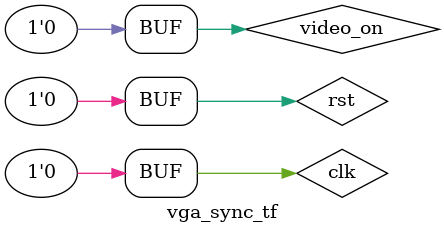
<source format=v>
`timescale 1ns / 1ps

module vga_sync_tf;

	// Inputs
	reg clk;
	reg rst;
	reg video_on;

	// Outputs
	wire hsync;
	wire vsync;
	wire pixel_x;
	wire pixel_y;

	// Instantiate the Unit Under Test (UUT)
	vga_sync uut (
		.clk(clk), 
		.rst(rst), 
		.hsync(hsync), 
		.vsync(vsync), 
		.pixel_x(pixel_x), 
		.pixel_y(pixel_y), 
		.video_on(video_on)
	);

	initial begin
		// Initialize Inputs
		clk = 0;
		rst = 0;
		video_on = 0;

		// Wait 100 ns for global reset to finish
		#100;
       
		// Add stimulus here

	end
      
endmodule


</source>
